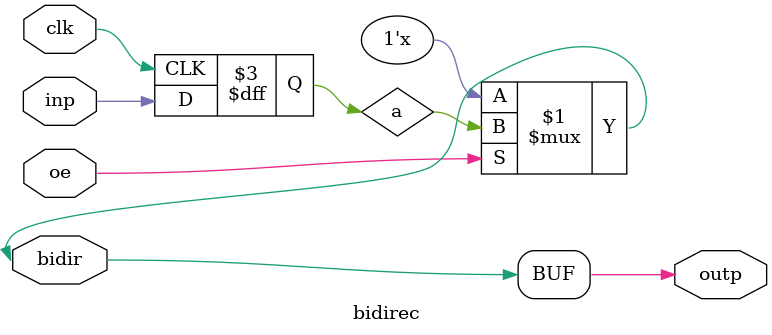
<source format=v>
module bidirec (oe, clk, inp, outp, bidir);

// Port Declaration

input   oe;
input   clk;
input   inp;
output  outp;
inout   bidir;

reg     a;

assign bidir = oe ? a : 1'bZ ;
assign outp  = bidir;

// Always Construct

always @ (posedge clk)
begin
    a <= inp;
end

endmodule

</source>
